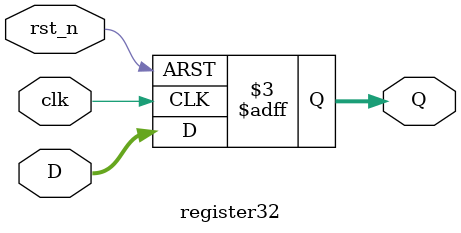
<source format=v>
module register32 #(
  parameter N = 32
  )
  (
    output reg [N-1:0] Q,
    input [N-1:0] D,
    input clk,
    input rst_n
    );
    
    
    always @(posedge clk or negedge rst_n)
      if (!rst_n)
        Q <= 32'd0;
      else
        Q <= D;    
        
endmodule

</source>
